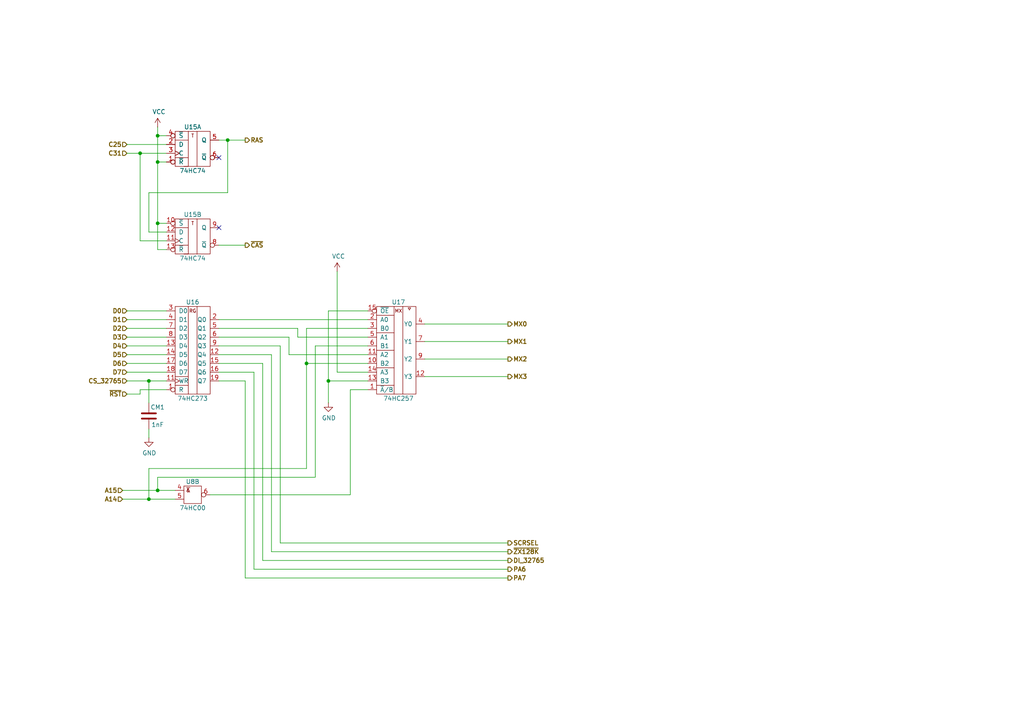
<source format=kicad_sch>
(kicad_sch (version 20231120) (generator "eeschema") (generator_version "8.0")
  (paper "A4")
  (lib_symbols
    (symbol "74IEC:74HC00" (pin_names (offset 1.016) hide)
      (property "Reference" "U" (at 0 3.81 0))
      (property "Value" "74HC00" (at 0 -3.81 0))
      (symbol "74HC00_0_0"
        (rectangle (start -2.54 -2.54) (end 2.54 2.54))
        (text "~{&}" (at -1.27 1.27 0) (effects (font (size 1 1))))
      )
      (symbol "74HC00_0_1"
        (pin power_in line (at 2.54 2.54 180) (length 0) hide (name "VCC") (number "14"))
        (pin power_in line (at 2.54 -2.54 180) (length 0) hide (name "GND") (number "7"))
      )
      (symbol "74HC00_1_1"
        (pin input line (at -5.08 1.27 0) (length 2.54) (name "A") (number "1"))
        (pin input line (at -5.08 -1.27 0) (length 2.54) (name "B") (number "2"))
        (pin output inverted (at 5.08 0 180) (length 2.54) (name "~{Y}") (number "3"))
      )
      (symbol "74HC00_2_1"
        (pin input line (at -5.08 1.27 0) (length 2.54) (name "A") (number "4"))
        (pin input line (at -5.08 -1.27 0) (length 2.54) (name "B") (number "5"))
        (pin output inverted (at 5.08 0 180) (length 2.54) (name "~{Y}") (number "6"))
      )
      (symbol "74HC00_3_1"
        (pin input line (at -5.08 -1.27 0) (length 2.54) (name "B") (number "10"))
        (pin output inverted (at 5.08 0 180) (length 2.54) (name "~{Y}") (number "8"))
        (pin input line (at -5.08 1.27 0) (length 2.54) (name "A") (number "9"))
      )
      (symbol "74HC00_4_1"
        (pin output inverted (at 5.08 0 180) (length 2.54) (name "~{Y}") (number "11"))
        (pin input line (at -5.08 1.27 0) (length 2.54) (name "A") (number "12"))
        (pin input line (at -5.08 -1.27 0) (length 2.54) (name "B") (number "13"))
      )
    )
    (symbol "74IEC:74HC257" (pin_names (offset 1.016))
      (property "Reference" "U" (at 0 13.97 0))
      (property "Value" "74HC257" (at 0 -13.97 0))
      (symbol "74HC257_0_1"
        (polyline (pts (xy 3.175 11.684) (xy 2.794 12.319) (xy 3.556 12.319) (xy 3.175 11.684)))
      )
      (symbol "74HC257_1_1"
        (rectangle (start -6.35 -12.7) (end 5.08 12.7))
        (polyline (pts (xy -6.35 -10.16) (xy -1.27 -10.16)))
        (polyline (pts (xy -6.35 -5.08) (xy -1.27 -5.08)))
        (polyline (pts (xy -6.35 5.08) (xy -1.27 5.08)))
        (polyline (pts (xy -6.35 10.16) (xy -1.27 10.16)))
        (polyline (pts (xy -1.27 0) (xy -6.35 0)))
        (polyline (pts (xy -1.27 12.7) (xy -1.27 -12.7)))
        (polyline (pts (xy 1.27 -12.7) (xy 1.27 12.7)))
        (text "MX" (at 0 11.43 0) (effects (font (size 1 1))))
        (pin input line (at -8.89 -11.43 0) (length 2.54) (name "~{A}/B") (number "1"))
        (pin input line (at -8.89 -3.81 0) (length 2.54) (name "B2") (number "10"))
        (pin input line (at -8.89 -1.27 0) (length 2.54) (name "A2") (number "11"))
        (pin tri_state line (at 7.62 -7.62 180) (length 2.54) (name "Y3") (number "12"))
        (pin input line (at -8.89 -8.89 0) (length 2.54) (name "B3") (number "13"))
        (pin input line (at -8.89 -6.35 0) (length 2.54) (name "A3") (number "14"))
        (pin input inverted (at -8.89 11.43 0) (length 2.54) (name "~{OE}") (number "15"))
        (pin power_in line (at 5.08 12.7 180) (length 0) hide (name "VCC") (number "16"))
        (pin input line (at -8.89 8.89 0) (length 2.54) (name "A0") (number "2"))
        (pin input line (at -8.89 6.35 0) (length 2.54) (name "B0") (number "3"))
        (pin tri_state line (at 7.62 7.62 180) (length 2.54) (name "Y0") (number "4"))
        (pin input line (at -8.89 3.81 0) (length 2.54) (name "A1") (number "5"))
        (pin input line (at -8.89 1.27 0) (length 2.54) (name "B1") (number "6"))
        (pin tri_state line (at 7.62 2.54 180) (length 2.54) (name "Y1") (number "7"))
        (pin power_in line (at 5.08 -12.7 180) (length 0) hide (name "GND") (number "8"))
        (pin tri_state line (at 7.62 -2.54 180) (length 2.54) (name "Y2") (number "9"))
      )
    )
    (symbol "74IEC:74HC273" (pin_names (offset 1.016))
      (property "Reference" "U" (at 0 13.97 0))
      (property "Value" "74HC273" (at 0 -13.97 0))
      (symbol "74HC273_0_0"
        (rectangle (start -5.08 -12.7) (end 5.08 12.7))
        (polyline (pts (xy -5.08 -7.62) (xy -1.27 -7.62)))
        (polyline (pts (xy -1.27 -10.16) (xy -5.08 -10.16)))
        (polyline (pts (xy -1.27 12.7) (xy -1.27 -12.7)))
        (polyline (pts (xy 1.27 -12.7) (xy 1.27 12.7)))
        (text "RG" (at 0 11.43 0) (effects (font (size 1 1))))
      )
      (symbol "74HC273_0_1"
        (pin power_in line (at 5.08 -12.7 180) (length 0) hide (name "GND") (number "10"))
        (pin power_in line (at 5.08 12.7 180) (length 0) hide (name "VCC") (number "20"))
      )
      (symbol "74HC273_1_1"
        (pin input inverted (at -7.62 -11.43 0) (length 2.54) (name "R") (number "1"))
        (pin input clock (at -7.62 -8.89 0) (length 2.54) (name "WR") (number "11"))
        (pin output line (at 7.62 -1.27 180) (length 2.54) (name "Q4") (number "12"))
        (pin input line (at -7.62 1.27 0) (length 2.54) (name "D4") (number "13"))
        (pin input line (at -7.62 -1.27 0) (length 2.54) (name "D5") (number "14"))
        (pin output line (at 7.62 -3.81 180) (length 2.54) (name "Q5") (number "15"))
        (pin output line (at 7.62 -6.35 180) (length 2.54) (name "Q6") (number "16"))
        (pin input line (at -7.62 -3.81 0) (length 2.54) (name "D6") (number "17"))
        (pin input line (at -7.62 -6.35 0) (length 2.54) (name "D7") (number "18"))
        (pin output line (at 7.62 -8.89 180) (length 2.54) (name "Q7") (number "19"))
        (pin output line (at 7.62 8.89 180) (length 2.54) (name "Q0") (number "2"))
        (pin input line (at -7.62 11.43 0) (length 2.54) (name "D0") (number "3"))
        (pin input line (at -7.62 8.89 0) (length 2.54) (name "D1") (number "4"))
        (pin output line (at 7.62 6.35 180) (length 2.54) (name "Q1") (number "5"))
        (pin output line (at 7.62 3.81 180) (length 2.54) (name "Q2") (number "6"))
        (pin input line (at -7.62 6.35 0) (length 2.54) (name "D2") (number "7"))
        (pin input line (at -7.62 3.81 0) (length 2.54) (name "D3") (number "8"))
        (pin output line (at 7.62 1.27 180) (length 2.54) (name "Q3") (number "9"))
      )
    )
    (symbol "74IEC:74HC74" (pin_names (offset 1.016))
      (property "Reference" "U" (at 0 6.35 0))
      (property "Value" "74HC74" (at 0 -6.35 0))
      (symbol "74HC74_0_0"
        (rectangle (start -5.08 5.08) (end 5.08 -5.08))
        (polyline (pts (xy -5.08 -2.54) (xy -1.27 -2.54)))
        (polyline (pts (xy -5.08 2.54) (xy -1.27 2.54)))
        (polyline (pts (xy 1.27 5.08) (xy 1.27 -5.08)))
        (polyline (pts (xy -2.54 -5.08) (xy -1.27 -5.08) (xy -1.27 5.08)))
        (text "T" (at 0 3.81 0) (effects (font (size 1 1))))
      )
      (symbol "74HC74_0_1"
        (pin power_in line (at 5.08 5.08 180) (length 0) hide (name "VCC") (number "14"))
        (pin power_in line (at 5.08 -5.08 180) (length 0) hide (name "GND") (number "7"))
      )
      (symbol "74HC74_1_1"
        (pin input inverted (at -7.62 -3.81 0) (length 2.54) (name "~{R}") (number "1"))
        (pin input line (at -7.62 1.27 0) (length 2.54) (name "D") (number "2"))
        (pin input clock (at -7.62 -1.27 0) (length 2.54) (name "C") (number "3"))
        (pin input inverted (at -7.62 3.81 0) (length 2.54) (name "~{S}") (number "4"))
        (pin output line (at 7.62 2.54 180) (length 2.54) (name "Q") (number "5"))
        (pin output inverted (at 7.62 -2.54 180) (length 2.54) (name "~{Q}") (number "6"))
      )
      (symbol "74HC74_2_1"
        (pin input inverted (at -7.62 3.81 0) (length 2.54) (name "~{S}") (number "10"))
        (pin input clock (at -7.62 -1.27 0) (length 2.54) (name "C") (number "11"))
        (pin input line (at -7.62 1.27 0) (length 2.54) (name "D") (number "12"))
        (pin input inverted (at -7.62 -3.81 0) (length 2.54) (name "~{R}") (number "13"))
        (pin output inverted (at 7.62 -2.54 180) (length 2.54) (name "~{Q}") (number "8"))
        (pin output line (at 7.62 2.54 180) (length 2.54) (name "Q") (number "9"))
      )
    )
    (symbol "Device:C" (pin_numbers hide) (pin_names (offset 0.254))
      (property "Reference" "C" (at 0.635 2.54 0))
      (property "Value" "C" (at 0.635 -2.54 0))
      (symbol "C_0_1"
        (polyline (pts (xy -2.032 -0.762) (xy 2.032 -0.762)) (stroke (width 0.508)))
        (polyline (pts (xy -2.032 0.762) (xy 2.032 0.762)) (stroke (width 0.508)))
      )
      (symbol "C_1_1"
        (pin passive line (at 0 3.81 270) (length 2.794) (name "~") (number "1"))
        (pin passive line (at 0 -3.81 90) (length 2.794) (name "~") (number "2"))
      )
    )
    (symbol "power:GND" (power) (pin_numbers hide) (pin_names (offset 0) hide)
      (property "Value" "GND" (at 0 -3.81 0))
      (symbol "GND_0_1"
        (polyline (pts (xy 0 0) (xy 0 -1.27) (xy 1.27 -1.27) (xy 0 -2.54) (xy -1.27 -1.27) (xy 0 -1.27)))
      )
      (symbol "GND_1_1"
        (pin power_in line (at 0 0 270) (length 0) (name "~") (number "1"))
      )
    )
    (symbol "power:VCC" (power) (pin_numbers hide) (pin_names (offset 0) hide)
      (property "Value" "VCC" (at 0 3.556 0))
      (symbol "VCC_0_1"
        (polyline (pts (xy -0.762 1.27) (xy 0 2.54)))
        (polyline (pts (xy 0 0) (xy 0 2.54)))
        (polyline (pts (xy 0 2.54) (xy 0.762 1.27)))
      )
      (symbol "VCC_1_1"
        (pin power_in line (at 0 0 90) (length 0) (name "~") (number "1"))
      )
    )
  )
  (junction (at 88.9 105.41))
  (junction (at 43.18 110.49))
  (junction (at 45.72 46.99))
  (junction (at 45.72 142.24))
  (junction (at 43.18 144.78))
  (junction (at 40.64 44.45))
  (junction (at 45.72 64.77))
  (junction (at 45.72 39.37))
  (junction (at 66.04 40.64))
  (junction (at 95.25 110.49))
  (no_connect (at 63.5 45.72))
  (no_connect (at 63.5 66.04))
  (wire (pts (xy 43.18 116.84) (xy 43.18 110.49)))
  (wire (pts (xy 91.44 138.43) (xy 45.72 138.43)))
  (wire (pts (xy 76.2 105.41) (xy 76.2 162.56)))
  (wire (pts (xy 86.36 95.25) (xy 86.36 97.79)))
  (wire (pts (xy 71.12 110.49) (xy 71.12 167.64)))
  (wire (pts (xy 36.83 110.49) (xy 43.18 110.49)))
  (wire (pts (xy 76.2 162.56) (xy 147.32 162.56)))
  (wire (pts (xy 36.83 90.17) (xy 48.26 90.17)))
  (wire (pts (xy 88.9 95.25) (xy 106.68 95.25)))
  (wire (pts (xy 78.74 160.02) (xy 147.32 160.02)))
  (wire (pts (xy 123.19 109.22) (xy 147.32 109.22)))
  (wire (pts (xy 95.25 110.49) (xy 95.25 116.84)))
  (wire (pts (xy 36.83 97.79) (xy 48.26 97.79)))
  (wire (pts (xy 36.83 114.3) (xy 40.64 114.3)))
  (wire (pts (xy 97.79 107.95) (xy 106.68 107.95)))
  (wire (pts (xy 63.5 107.95) (xy 73.66 107.95)))
  (wire (pts (xy 43.18 144.78) (xy 50.8 144.78)))
  (wire (pts (xy 97.79 78.74) (xy 97.79 107.95)))
  (wire (pts (xy 48.26 41.91) (xy 36.83 41.91)))
  (wire (pts (xy 60.96 143.51) (xy 101.6 143.51)))
  (wire (pts (xy 40.64 113.03) (xy 48.26 113.03)))
  (wire (pts (xy 43.18 124.46) (xy 43.18 127)))
  (wire (pts (xy 63.5 102.87) (xy 78.74 102.87)))
  (wire (pts (xy 76.2 105.41) (xy 63.5 105.41)))
  (wire (pts (xy 40.64 44.45) (xy 48.26 44.45)))
  (wire (pts (xy 88.9 105.41) (xy 88.9 95.25)))
  (wire (pts (xy 40.64 114.3) (xy 40.64 113.03)))
  (wire (pts (xy 45.72 39.37) (xy 48.26 39.37)))
  (wire (pts (xy 71.12 167.64) (xy 147.32 167.64)))
  (wire (pts (xy 43.18 55.88) (xy 43.18 67.31)))
  (wire (pts (xy 63.5 92.71) (xy 106.68 92.71)))
  (wire (pts (xy 88.9 105.41) (xy 88.9 135.89)))
  (wire (pts (xy 63.5 110.49) (xy 71.12 110.49)))
  (wire (pts (xy 36.83 102.87) (xy 48.26 102.87)))
  (wire (pts (xy 101.6 113.03) (xy 106.68 113.03)))
  (wire (pts (xy 81.28 100.33) (xy 81.28 157.48)))
  (wire (pts (xy 83.82 102.87) (xy 106.68 102.87)))
  (wire (pts (xy 43.18 110.49) (xy 48.26 110.49)))
  (wire (pts (xy 48.26 72.39) (xy 45.72 72.39)))
  (wire (pts (xy 106.68 105.41) (xy 88.9 105.41)))
  (wire (pts (xy 36.83 92.71) (xy 48.26 92.71)))
  (wire (pts (xy 48.26 64.77) (xy 45.72 64.77)))
  (wire (pts (xy 123.19 104.14) (xy 147.32 104.14)))
  (wire (pts (xy 66.04 40.64) (xy 71.12 40.64)))
  (wire (pts (xy 45.72 36.83) (xy 45.72 39.37)))
  (wire (pts (xy 66.04 55.88) (xy 43.18 55.88)))
  (wire (pts (xy 43.18 67.31) (xy 48.26 67.31)))
  (wire (pts (xy 48.26 69.85) (xy 40.64 69.85)))
  (wire (pts (xy 36.83 107.95) (xy 48.26 107.95)))
  (wire (pts (xy 36.83 95.25) (xy 48.26 95.25)))
  (wire (pts (xy 91.44 100.33) (xy 91.44 138.43)))
  (wire (pts (xy 63.5 100.33) (xy 81.28 100.33)))
  (wire (pts (xy 63.5 71.12) (xy 71.12 71.12)))
  (wire (pts (xy 106.68 100.33) (xy 91.44 100.33)))
  (wire (pts (xy 45.72 46.99) (xy 45.72 39.37)))
  (wire (pts (xy 40.64 69.85) (xy 40.64 44.45)))
  (wire (pts (xy 123.19 93.98) (xy 147.32 93.98)))
  (wire (pts (xy 45.72 72.39) (xy 45.72 64.77)))
  (wire (pts (xy 81.28 157.48) (xy 147.32 157.48)))
  (wire (pts (xy 66.04 40.64) (xy 66.04 55.88)))
  (wire (pts (xy 45.72 142.24) (xy 35.56 142.24)))
  (wire (pts (xy 63.5 40.64) (xy 66.04 40.64)))
  (wire (pts (xy 101.6 113.03) (xy 101.6 143.51)))
  (wire (pts (xy 95.25 110.49) (xy 106.68 110.49)))
  (wire (pts (xy 88.9 135.89) (xy 43.18 135.89)))
  (wire (pts (xy 78.74 102.87) (xy 78.74 160.02)))
  (wire (pts (xy 86.36 97.79) (xy 106.68 97.79)))
  (wire (pts (xy 63.5 95.25) (xy 86.36 95.25)))
  (wire (pts (xy 123.19 99.06) (xy 147.32 99.06)))
  (wire (pts (xy 36.83 105.41) (xy 48.26 105.41)))
  (wire (pts (xy 73.66 107.95) (xy 73.66 165.1)))
  (wire (pts (xy 73.66 165.1) (xy 147.32 165.1)))
  (wire (pts (xy 43.18 135.89) (xy 43.18 144.78)))
  (wire (pts (xy 36.83 100.33) (xy 48.26 100.33)))
  (wire (pts (xy 45.72 138.43) (xy 45.72 142.24)))
  (wire (pts (xy 106.68 90.17) (xy 95.25 90.17)))
  (wire (pts (xy 63.5 97.79) (xy 83.82 97.79)))
  (wire (pts (xy 48.26 46.99) (xy 45.72 46.99)))
  (wire (pts (xy 45.72 64.77) (xy 45.72 46.99)))
  (wire (pts (xy 95.25 90.17) (xy 95.25 110.49)))
  (wire (pts (xy 40.64 44.45) (xy 36.83 44.45)))
  (wire (pts (xy 35.56 144.78) (xy 43.18 144.78)))
  (wire (pts (xy 50.8 142.24) (xy 45.72 142.24)))
  (wire (pts (xy 83.82 97.79) (xy 83.82 102.87)))
  (hierarchical_label "D2" (shape input) (at 36.83 95.25 180) (effects (font (thickness 0.254) (bold yes))))
  (hierarchical_label "SCRSEL" (shape output) (at 147.32 157.48 0) (effects (font (thickness 0.254) (bold yes))))
  (hierarchical_label "A15" (shape input) (at 35.56 142.24 180) (effects (font (thickness 0.254) (bold yes))))
  (hierarchical_label "A14" (shape input) (at 35.56 144.78 180) (effects (font (thickness 0.254) (bold yes))))
  (hierarchical_label "D0" (shape input) (at 36.83 90.17 180) (effects (font (thickness 0.254) (bold yes))))
  (hierarchical_label "~{ZX128K}" (shape output) (at 147.32 160.02 0) (effects (font (thickness 0.254) (bold yes))))
  (hierarchical_label "MX2" (shape output) (at 147.32 104.14 0) (effects (font (thickness 0.254) (bold yes))))
  (hierarchical_label "D4" (shape input) (at 36.83 100.33 180) (effects (font (thickness 0.254) (bold yes))))
  (hierarchical_label "CS_32765" (shape input) (at 36.83 110.49 180) (effects (font (thickness 0.254) (bold yes))))
  (hierarchical_label "MX0" (shape output) (at 147.32 93.98 0) (effects (font (thickness 0.254) (bold yes))))
  (hierarchical_label "D3" (shape input) (at 36.83 97.79 180) (effects (font (thickness 0.254) (bold yes))))
  (hierarchical_label "D1" (shape input) (at 36.83 92.71 180) (effects (font (thickness 0.254) (bold yes))))
  (hierarchical_label "PA7" (shape output) (at 147.32 167.64 0) (effects (font (thickness 0.254) (bold yes))))
  (hierarchical_label "~{CAS}" (shape output) (at 71.12 71.12 0) (effects (font (thickness 0.254) (bold yes))))
  (hierarchical_label "RAS" (shape output) (at 71.12 40.64 0) (effects (font (thickness 0.254) (bold yes))))
  (hierarchical_label "C31" (shape input) (at 36.83 44.45 180) (effects (font (thickness 0.254) (bold yes))))
  (hierarchical_label "D7" (shape input) (at 36.83 107.95 180) (effects (font (thickness 0.254) (bold yes))))
  (hierarchical_label "PA6" (shape output) (at 147.32 165.1 0) (effects (font (thickness 0.254) (bold yes))))
  (hierarchical_label "DI_32765" (shape output) (at 147.32 162.56 0) (effects (font (thickness 0.254) (bold yes))))
  (hierarchical_label "MX3" (shape output) (at 147.32 109.22 0) (effects (font (thickness 0.254) (bold yes))))
  (hierarchical_label "D5" (shape input) (at 36.83 102.87 180) (effects (font (thickness 0.254) (bold yes))))
  (hierarchical_label "MX1" (shape output) (at 147.32 99.06 0) (effects (font (thickness 0.254) (bold yes))))
  (hierarchical_label "C25" (shape input) (at 36.83 41.91 180) (effects (font (thickness 0.254) (bold yes))))
  (hierarchical_label "D6" (shape input) (at 36.83 105.41 180) (effects (font (thickness 0.254) (bold yes))))
  (hierarchical_label "~{RST}" (shape input) (at 36.83 114.3 180) (effects (font (thickness 0.254) (bold yes))))
  (symbol (lib_id "74IEC:74HC273") (at 55.88 101.6 0) (unit 1)
    (property "Reference" "U16" (at 55.88 87.63 0))
    (property "Value" "74HC273" (at 55.88 115.57 0))
    (property "Footprint" "Package_DIP:DIP-20_W7.62mm" (effects (hide yes)))
    (property "Datasheet" "https://www.ti.com/lit/ug/scyd013b/scyd013b.pdf" (effects (hide yes)))
    (property "Description" "8-ch. D-Type Flip-Flops With Clear" (effects (hide yes)))
  )
  (symbol (lib_id "74IEC:74HC257") (at 115.57 101.6 0) (unit 1)
    (property "Reference" "U17" (at 115.57 87.63 0))
    (property "Value" "74HC257" (at 115.57 115.57 0))
    (property "Footprint" "Package_DIP:DIP-16_W7.62mm" (effects (hide yes)))
    (property "Datasheet" "https://www.ti.com/lit/ug/scyd013b/scyd013b.pdf" (effects (hide yes)))
    (property "Description" "Quadruple 2-Line To 1-Line Data Selectors/Multiplexers With 3-State Outputs" (effects (hide yes)))
  )
  (symbol (lib_id "power:GND") (at 95.25 116.84 0) (unit 1)
    (property "Reference" "#PWR028" (effects (hide yes)))
    (property "Value" "GND" (at 95.377 121.2342 0))
    (property "Description" "Power symbol creates a global label with name \"GND\" , ground" (effects (hide yes)))
  )
  (symbol (lib_id "74IEC:74HC00") (at 55.88 143.51 0) (unit 2)
    (property "Reference" "U8" (at 55.88 139.7 0))
    (property "Value" "74HC00" (at 55.88 147.32 0))
    (property "Footprint" "Package_DIP:DIP-14_W7.62mm" (effects (hide yes)))
    (property "Datasheet" "https://www.ti.com/lit/ug/scyd013b/scyd013b.pdf" (effects (hide yes)))
    (property "Description" "Quadruple 2-Input Positive-NAND Gates" (effects (hide yes)))
  )
  (symbol (lib_id "Device:C") (at 43.18 120.65 0) (unit 1)
    (property "Reference" "CM1" (at 45.72 118.11 0))
    (property "Value" "1nF" (at 45.72 123.19 0))
    (property "Footprint" "Capacitor_SMD:C_0805_2012Metric_Pad1.18x1.45mm_HandSolder" (effects (hide yes)))
    (property "Description" "Unpolarized capacitor" (effects (hide yes)))
  )
  (symbol (lib_id "power:VCC") (at 97.79 78.74 0) (unit 1)
    (property "Reference" "#PWR027" (effects (hide yes)))
    (property "Value" "VCC" (at 98.171 74.3458 0))
    (property "Description" "Power symbol creates a global label with name \"VCC\"" (effects (hide yes)))
  )
  (symbol (lib_id "power:GND") (at 43.18 127 0) (unit 1)
    (property "Reference" "#PWR029" (effects (hide yes)))
    (property "Value" "GND" (at 43.307 131.3942 0))
    (property "Description" "Power symbol creates a global label with name \"GND\" , ground" (effects (hide yes)))
  )
  (symbol (lib_id "74IEC:74HC74") (at 55.88 43.18 0) (unit 1)
    (property "Reference" "U15" (at 55.88 36.83 0))
    (property "Value" "74HC74" (at 55.88 49.53 0))
    (property "Footprint" "Package_DIP:DIP-14_W7.62mm" (effects (hide yes)))
    (property "Datasheet" "https://www.ti.com/lit/ug/scyd013b/scyd013b.pdf" (effects (hide yes)))
    (property "Description" "Dual D-Type Positive-Edge-Triggered Flip-Flops With Clear And Preset" (effects (hide yes)))
  )
  (symbol (lib_id "74IEC:74HC74") (at 55.88 68.58 0) (unit 2)
    (property "Reference" "U15" (at 55.88 62.23 0))
    (property "Value" "74HC74" (at 55.88 74.93 0))
    (property "Footprint" "Package_DIP:DIP-14_W7.62mm" (effects (hide yes)))
    (property "Datasheet" "https://www.ti.com/lit/ug/scyd013b/scyd013b.pdf" (effects (hide yes)))
    (property "Description" "Dual D-Type Positive-Edge-Triggered Flip-Flops With Clear And Preset" (effects (hide yes)))
  )
  (symbol (lib_id "power:VCC") (at 45.72 36.83 0) (unit 1)
    (property "Reference" "#PWR026" (effects (hide yes)))
    (property "Value" "VCC" (at 46.101 32.4358 0))
    (property "Description" "Power symbol creates a global label with name \"VCC\"" (effects (hide yes)))
  )
)
</source>
